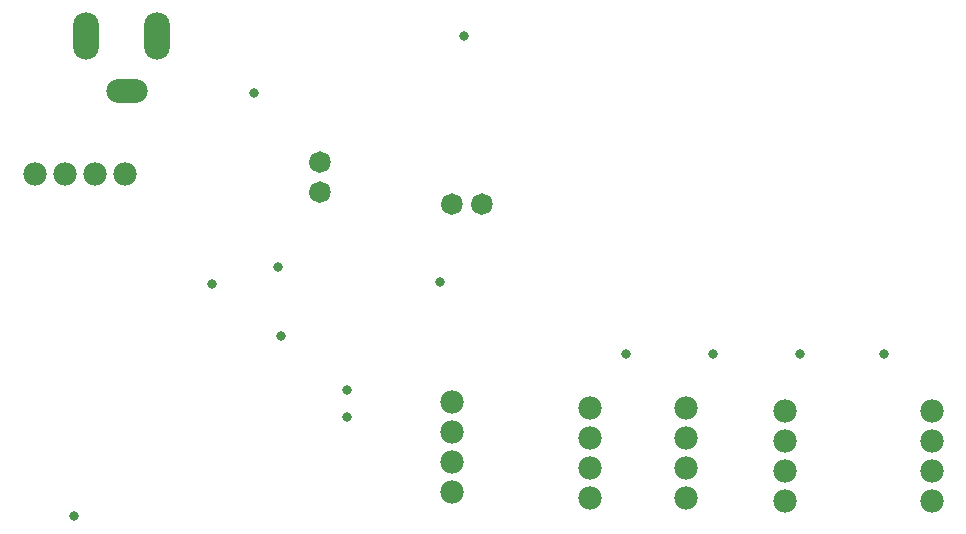
<source format=gbs>
G04*
G04 #@! TF.GenerationSoftware,Altium Limited,Altium Designer,21.8.1 (53)*
G04*
G04 Layer_Color=16711935*
%FSLAX25Y25*%
%MOIN*%
G70*
G04*
G04 #@! TF.SameCoordinates,FCDAA400-C0CE-4F93-ADCE-5479437ED816*
G04*
G04*
G04 #@! TF.FilePolarity,Negative*
G04*
G01*
G75*
%ADD22C,0.00000*%
%ADD26C,0.07178*%
%ADD27O,0.13792X0.07887*%
%ADD28O,0.08674X0.15761*%
%ADD29C,0.07800*%
%ADD30C,0.03300*%
D22*
X115390Y126000D02*
G03*
X115390Y126000I-3390J0D01*
G01*
Y136000D02*
G03*
X115390Y136000I-3390J0D01*
G01*
X169390Y122000D02*
G03*
X169390Y122000I-3390J0D01*
G01*
X159390D02*
G03*
X159390Y122000I-3390J0D01*
G01*
D26*
X112000Y126000D02*
D03*
Y136000D02*
D03*
X166000Y122000D02*
D03*
X156000D02*
D03*
D27*
X47780Y159693D02*
D03*
D28*
X34000Y178000D02*
D03*
X57622D02*
D03*
D29*
X37000Y132000D02*
D03*
X47000D02*
D03*
X17000D02*
D03*
X27000D02*
D03*
X156000Y46000D02*
D03*
Y56000D02*
D03*
Y26000D02*
D03*
Y36000D02*
D03*
X316000Y43000D02*
D03*
Y53000D02*
D03*
Y23000D02*
D03*
Y33000D02*
D03*
X267000Y43000D02*
D03*
Y53000D02*
D03*
Y23000D02*
D03*
Y33000D02*
D03*
X234000Y44000D02*
D03*
Y54000D02*
D03*
Y24000D02*
D03*
Y34000D02*
D03*
X202000Y44000D02*
D03*
Y54000D02*
D03*
Y24000D02*
D03*
Y34000D02*
D03*
D30*
X99000Y78000D02*
D03*
X98000Y101000D02*
D03*
X121000Y51000D02*
D03*
Y60000D02*
D03*
X160000Y178000D02*
D03*
X152000Y96000D02*
D03*
X90003Y159169D02*
D03*
X76000Y95500D02*
D03*
X30000Y18000D02*
D03*
X300000Y72000D02*
D03*
X272000D02*
D03*
X243000D02*
D03*
X214000D02*
D03*
M02*

</source>
